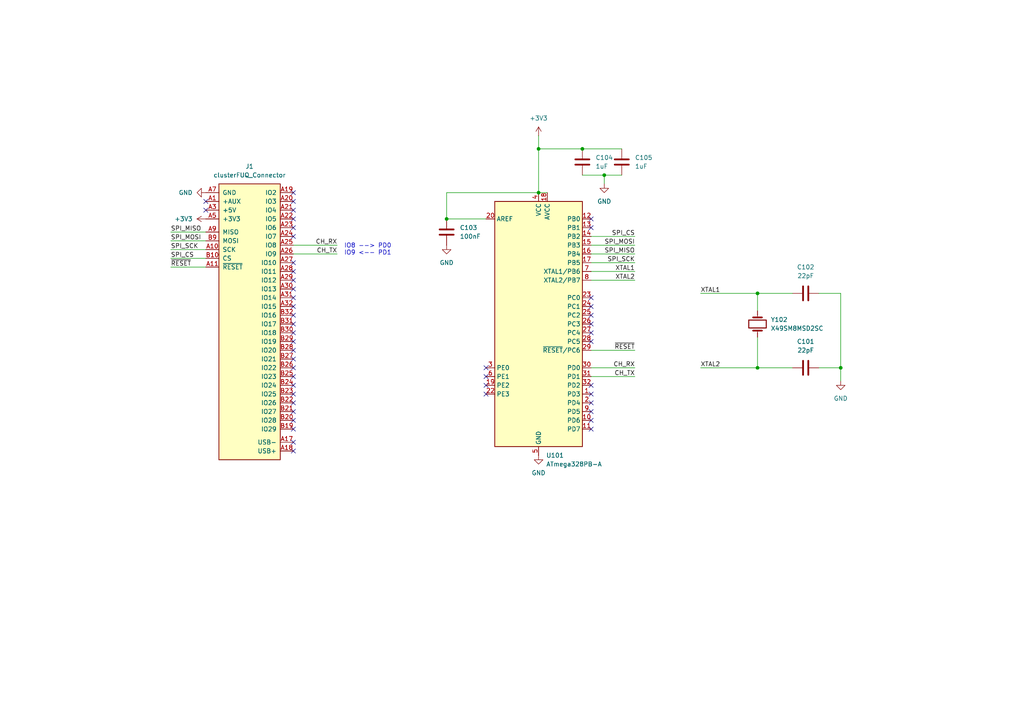
<source format=kicad_sch>
(kicad_sch (version 20231120) (generator "eeschema") (generator_version "8.0")
  (paper "A4")
  (lib_symbols
    (symbol "+3V3_1" (power) (pin_numbers hide) (pin_names (offset 0) hide)
      (property "Value" "+3V3" (at 0 3.556 0))
      (symbol "+3V3_1_0_1"
        (polyline (pts (xy -0.762 1.27) (xy 0 2.54)))
        (polyline (pts (xy 0 0) (xy 0 2.54)))
        (polyline (pts (xy 0 2.54) (xy 0.762 1.27)))
      )
      (symbol "+3V3_1_1_1"
        (pin power_in line (at 0 0 90) (length 0) (name "~") (number "1"))
      )
    )
    (symbol "Device:C" (pin_numbers hide) (pin_names (offset 0.254))
      (property "Reference" "C" (at 0.635 2.54 0))
      (property "Value" "C" (at 0.635 -2.54 0))
      (symbol "C_0_1"
        (polyline (pts (xy -2.032 -0.762) (xy 2.032 -0.762)) (stroke (width 0.508)))
        (polyline (pts (xy -2.032 0.762) (xy 2.032 0.762)) (stroke (width 0.508)))
      )
      (symbol "C_1_1"
        (pin passive line (at 0 3.81 270) (length 2.794) (name "~") (number "1"))
        (pin passive line (at 0 -3.81 90) (length 2.794) (name "~") (number "2"))
      )
    )
    (symbol "Device:Crystal" (pin_numbers hide) (pin_names (offset 1.016) hide)
      (property "Reference" "Y" (at 0 3.81 0))
      (property "Value" "Crystal" (at 0 -3.81 0))
      (symbol "Crystal_0_1"
        (rectangle (start -1.143 2.54) (end 1.143 -2.54) (stroke (width 0.3048)))
        (polyline (pts (xy -2.54 0) (xy -1.905 0)))
        (polyline (pts (xy -1.905 -1.27) (xy -1.905 1.27)) (stroke (width 0.508)))
        (polyline (pts (xy 1.905 -1.27) (xy 1.905 1.27)) (stroke (width 0.508)))
        (polyline (pts (xy 2.54 0) (xy 1.905 0)))
      )
      (symbol "Crystal_1_1"
        (pin passive line (at -3.81 0 0) (length 1.27) (name "1") (number "1"))
        (pin passive line (at 3.81 0 180) (length 1.27) (name "2") (number "2"))
      )
    )
    (symbol "GND_1" (power) (pin_numbers hide) (pin_names (offset 0) hide)
      (property "Value" "GND" (at 0 -3.81 0))
      (symbol "GND_1_0_1"
        (polyline (pts (xy 0 0) (xy 0 -1.27) (xy 1.27 -1.27) (xy 0 -2.54) (xy -1.27 -1.27) (xy 0 -1.27)))
      )
      (symbol "GND_1_1_1"
        (pin power_in line (at 0 0 270) (length 0) (name "~") (number "1"))
      )
    )
    (symbol "GND_2" (power) (pin_numbers hide) (pin_names (offset 0) hide)
      (property "Value" "GND" (at 0 -3.81 0))
      (symbol "GND_2_0_1"
        (polyline (pts (xy 0 0) (xy 0 -1.27) (xy 1.27 -1.27) (xy 0 -2.54) (xy -1.27 -1.27) (xy 0 -1.27)))
      )
      (symbol "GND_2_1_1"
        (pin power_in line (at 0 0 270) (length 0) (name "~") (number "1"))
      )
    )
    (symbol "GND_3" (power) (pin_numbers hide) (pin_names (offset 0) hide)
      (property "Value" "GND" (at 0 -3.81 0))
      (symbol "GND_3_0_1"
        (polyline (pts (xy 0 0) (xy 0 -1.27) (xy 1.27 -1.27) (xy 0 -2.54) (xy -1.27 -1.27) (xy 0 -1.27)))
      )
      (symbol "GND_3_1_1"
        (pin power_in line (at 0 0 270) (length 0) (name "~") (number "1"))
      )
    )
    (symbol "MCU_Microchip_ATmega:ATmega328PB-A"
      (property "Reference" "U" (at -12.7 36.83 0))
      (property "Value" "ATmega328PB-A" (at 2.54 -36.83 0))
      (symbol "ATmega328PB-A_0_1"
        (rectangle (start -12.7 -35.56) (end 12.7 35.56) (stroke (width 0.254)) (fill (type background)))
      )
      (symbol "ATmega328PB-A_1_1"
        (pin bidirectional line (at 15.24 -20.32 180) (length 2.54) (name "PD3") (number "1"))
        (pin bidirectional line (at 15.24 -27.94 180) (length 2.54) (name "PD6") (number "10"))
        (pin bidirectional line (at 15.24 -30.48 180) (length 2.54) (name "PD7") (number "11"))
        (pin bidirectional line (at 15.24 30.48 180) (length 2.54) (name "PB0") (number "12"))
        (pin bidirectional line (at 15.24 27.94 180) (length 2.54) (name "PB1") (number "13"))
        (pin bidirectional line (at 15.24 25.4 180) (length 2.54) (name "PB2") (number "14"))
        (pin bidirectional line (at 15.24 22.86 180) (length 2.54) (name "PB3") (number "15"))
        (pin bidirectional line (at 15.24 20.32 180) (length 2.54) (name "PB4") (number "16"))
        (pin bidirectional line (at 15.24 17.78 180) (length 2.54) (name "PB5") (number "17"))
        (pin power_in line (at 2.54 38.1 270) (length 2.54) (name "AVCC") (number "18"))
        (pin bidirectional line (at -15.24 -17.78 0) (length 2.54) (name "PE2") (number "19"))
        (pin bidirectional line (at 15.24 -22.86 180) (length 2.54) (name "PD4") (number "2"))
        (pin passive line (at -15.24 30.48 0) (length 2.54) (name "AREF") (number "20"))
        (pin passive line (at 0 -38.1 90) (length 2.54) hide (name "GND") (number "21"))
        (pin bidirectional line (at -15.24 -20.32 0) (length 2.54) (name "PE3") (number "22"))
        (pin bidirectional line (at 15.24 7.62 180) (length 2.54) (name "PC0") (number "23"))
        (pin bidirectional line (at 15.24 5.08 180) (length 2.54) (name "PC1") (number "24"))
        (pin bidirectional line (at 15.24 2.54 180) (length 2.54) (name "PC2") (number "25"))
        (pin bidirectional line (at 15.24 0 180) (length 2.54) (name "PC3") (number "26"))
        (pin bidirectional line (at 15.24 -2.54 180) (length 2.54) (name "PC4") (number "27"))
        (pin bidirectional line (at 15.24 -5.08 180) (length 2.54) (name "PC5") (number "28"))
        (pin bidirectional line (at 15.24 -7.62 180) (length 2.54) (name "~{RESET}/PC6") (number "29"))
        (pin bidirectional line (at -15.24 -12.7 0) (length 2.54) (name "PE0") (number "3"))
        (pin bidirectional line (at 15.24 -12.7 180) (length 2.54) (name "PD0") (number "30"))
        (pin bidirectional line (at 15.24 -15.24 180) (length 2.54) (name "PD1") (number "31"))
        (pin bidirectional line (at 15.24 -17.78 180) (length 2.54) (name "PD2") (number "32"))
        (pin power_in line (at 0 38.1 270) (length 2.54) (name "VCC") (number "4"))
        (pin power_in line (at 0 -38.1 90) (length 2.54) (name "GND") (number "5"))
        (pin bidirectional line (at -15.24 -15.24 0) (length 2.54) (name "PE1") (number "6"))
        (pin bidirectional line (at 15.24 15.24 180) (length 2.54) (name "XTAL1/PB6") (number "7"))
        (pin bidirectional line (at 15.24 12.7 180) (length 2.54) (name "XTAL2/PB7") (number "8"))
        (pin bidirectional line (at 15.24 -25.4 180) (length 2.54) (name "PD5") (number "9"))
      )
    )
    (symbol "power:+3V3" (power) (pin_names (offset 0))
      (property "Value" "+3V3" (at 0 3.556 0))
      (symbol "+3V3_0_1"
        (polyline (pts (xy -0.762 1.27) (xy 0 2.54)))
        (polyline (pts (xy 0 0) (xy 0 2.54)))
        (polyline (pts (xy 0 2.54) (xy 0.762 1.27)))
      )
      (symbol "+3V3_1_1"
        (pin power_in line (at 0 0 90) (length 0) hide (name "+3V3") (number "1"))
      )
    )
    (symbol "power:GND" (power) (pin_names (offset 0))
      (property "Value" "GND" (at 0 -3.81 0))
      (symbol "GND_0_1"
        (polyline (pts (xy 0 0) (xy 0 -1.27) (xy 1.27 -1.27) (xy 0 -2.54) (xy -1.27 -1.27) (xy 0 -1.27)))
      )
      (symbol "GND_1_1"
        (pin power_in line (at 0 0 270) (length 0) hide (name "GND") (number "1"))
      )
    )
    (symbol "proj:clusterFUQ_Connector" (pin_names (offset 1.016))
      (property "Reference" "J" (at 0 44.45 0))
      (property "Value" "clusterFUQ_Connector" (at 0 41.91 0))
      (symbol "clusterFUQ_Connector_1_1"
        (rectangle (start -8.89 39.37) (end 8.89 -40.64) (stroke (width 0.254)) (fill (type background)))
        (pin power_in line (at 12.7 34.29 180) (length 3.81) (name "+AUX") (number "A1"))
        (pin passive line (at 12.7 20.32 180) (length 3.81) (name "SCK") (number "A10"))
        (pin passive line (at 12.7 15.24 180) (length 3.81) (name "~{RESET}") (number "A11"))
        (pin no_connect line (at 12.7 -27.94 180) (length 3.81) hide (name "RFU") (number "A12"))
        (pin no_connect line (at 12.7 -30.48 180) (length 3.81) hide (name "RFU") (number "A13"))
        (pin no_connect line (at 12.7 -33.02 180) (length 3.81) hide (name "RFU") (number "A14"))
        (pin no_connect line (at 12.7 -35.56 180) (length 3.81) hide (name "RFU") (number "A15"))
        (pin no_connect line (at 12.7 -38.1 180) (length 3.81) hide (name "RFU") (number "A16"))
        (pin passive line (at -12.7 -35.56 0) (length 3.81) (name "USB-") (number "A17"))
        (pin passive line (at -12.7 -38.1 0) (length 3.81) (name "USB+") (number "A18"))
        (pin passive line (at -12.7 36.83 0) (length 3.81) (name "IO2") (number "A19"))
        (pin power_in line (at 12.7 34.29 180) (length 3.81) hide (name "+AUX") (number "A2"))
        (pin passive line (at -12.7 34.29 0) (length 3.81) (name "IO3") (number "A20"))
        (pin passive line (at -12.7 31.75 0) (length 3.81) (name "IO4") (number "A21"))
        (pin passive line (at -12.7 29.21 0) (length 3.81) (name "IO5") (number "A22"))
        (pin passive line (at -12.7 26.67 0) (length 3.81) (name "IO6") (number "A23"))
        (pin passive line (at -12.7 24.13 0) (length 3.81) (name "IO7") (number "A24"))
        (pin passive line (at -12.7 21.59 0) (length 3.81) (name "IO8") (number "A25"))
        (pin passive line (at -12.7 19.05 0) (length 3.81) (name "IO9") (number "A26"))
        (pin passive line (at -12.7 16.51 0) (length 3.81) (name "IO10") (number "A27"))
        (pin passive line (at -12.7 13.97 0) (length 3.81) (name "IO11") (number "A28"))
        (pin passive line (at -12.7 11.43 0) (length 3.81) (name "IO12") (number "A29"))
        (pin power_in line (at 12.7 31.75 180) (length 3.81) (name "+5V") (number "A3"))
        (pin passive line (at -12.7 8.89 0) (length 3.81) (name "IO13") (number "A30"))
        (pin passive line (at -12.7 6.35 0) (length 3.81) (name "IO14") (number "A31"))
        (pin passive line (at -12.7 3.81 0) (length 3.81) (name "IO15") (number "A32"))
        (pin power_in line (at 12.7 31.75 180) (length 3.81) hide (name "+5V") (number "A4"))
        (pin power_in line (at 12.7 29.21 180) (length 3.81) (name "+3V3") (number "A5"))
        (pin power_in line (at 12.7 29.21 180) (length 3.81) hide (name "+3V3") (number "A6"))
        (pin power_in line (at 12.7 36.83 180) (length 3.81) (name "GND") (number "A7"))
        (pin power_in line (at 12.7 36.83 180) (length 3.81) hide (name "GND") (number "A8"))
        (pin passive line (at 12.7 25.4 180) (length 3.81) (name "MISO") (number "A9"))
        (pin power_in line (at 12.7 34.29 180) (length 3.81) hide (name "+AUX") (number "B1"))
        (pin passive line (at 12.7 17.78 180) (length 3.81) (name "CS") (number "B10"))
        (pin power_in line (at 12.7 36.83 180) (length 3.81) hide (name "GND") (number "B11"))
        (pin no_connect line (at 12.7 -15.24 180) (length 3.81) hide (name "RFU") (number "B12"))
        (pin no_connect line (at 12.7 -17.78 180) (length 3.81) hide (name "RFU") (number "B13"))
        (pin no_connect line (at 12.7 -20.32 180) (length 3.81) hide (name "RFU") (number "B14"))
        (pin no_connect line (at 12.7 -22.86 180) (length 3.81) hide (name "RFU") (number "B15"))
        (pin no_connect line (at 12.7 -25.4 180) (length 3.81) hide (name "RFU") (number "B16"))
        (pin power_in line (at 12.7 36.83 180) (length 3.81) hide (name "GND") (number "B17"))
        (pin power_in line (at 12.7 36.83 180) (length 3.81) hide (name "GND") (number "B18"))
        (pin passive line (at -12.7 -31.75 0) (length 3.81) (name "IO29") (number "B19"))
        (pin power_in line (at 12.7 34.29 180) (length 3.81) hide (name "+AUX") (number "B2"))
        (pin passive line (at -12.7 -29.21 0) (length 3.81) (name "IO28") (number "B20"))
        (pin passive line (at -12.7 -26.67 0) (length 3.81) (name "IO27") (number "B21"))
        (pin passive line (at -12.7 -24.13 0) (length 3.81) (name "IO26") (number "B22"))
        (pin passive line (at -12.7 -21.59 0) (length 3.81) (name "IO25") (number "B23"))
        (pin passive line (at -12.7 -19.05 0) (length 3.81) (name "IO24") (number "B24"))
        (pin passive line (at -12.7 -16.51 0) (length 3.81) (name "IO23") (number "B25"))
        (pin passive line (at -12.7 -13.97 0) (length 3.81) (name "IO22") (number "B26"))
        (pin passive line (at -12.7 -11.43 0) (length 3.81) (name "IO21") (number "B27"))
        (pin passive line (at -12.7 -8.89 0) (length 3.81) (name "IO20") (number "B28"))
        (pin passive line (at -12.7 -6.35 0) (length 3.81) (name "IO19") (number "B29"))
        (pin power_in line (at 12.7 31.75 180) (length 3.81) hide (name "+5V") (number "B3"))
        (pin passive line (at -12.7 -3.81 0) (length 3.81) (name "IO18") (number "B30"))
        (pin passive line (at -12.7 -1.27 0) (length 3.81) (name "IO17") (number "B31"))
        (pin passive line (at -12.7 1.27 0) (length 3.81) (name "IO16") (number "B32"))
        (pin power_in line (at 12.7 31.75 180) (length 3.81) hide (name "+5V") (number "B4"))
        (pin power_in line (at 12.7 29.21 180) (length 3.81) hide (name "+3V3") (number "B5"))
        (pin power_in line (at 12.7 29.21 180) (length 3.81) hide (name "+3V3") (number "B6"))
        (pin power_in line (at 12.7 36.83 180) (length 3.81) hide (name "GND") (number "B7"))
        (pin power_in line (at 12.7 36.83 180) (length 3.81) hide (name "GND") (number "B8"))
        (pin passive line (at 12.7 22.86 180) (length 3.81) (name "MOSI") (number "B9"))
      )
    )
  )
  (junction (at 219.71 85.09))
  (junction (at 219.71 106.68))
  (junction (at 243.84 106.68))
  (junction (at 156.21 43.18))
  (junction (at 175.26 50.8))
  (junction (at 129.54 63.5))
  (junction (at 156.21 55.88))
  (junction (at 168.91 43.18))
  (no_connect (at 171.45 99.06))
  (no_connect (at 85.09 88.9))
  (no_connect (at 85.09 124.46))
  (no_connect (at 85.09 83.82))
  (no_connect (at 85.09 101.6))
  (no_connect (at 85.09 76.2))
  (no_connect (at 85.09 128.27))
  (no_connect (at 85.09 68.58))
  (no_connect (at 85.09 121.92))
  (no_connect (at 85.09 55.88))
  (no_connect (at 85.09 130.81))
  (no_connect (at 171.45 86.36))
  (no_connect (at 85.09 114.3))
  (no_connect (at 85.09 66.04))
  (no_connect (at 85.09 96.52))
  (no_connect (at 171.45 96.52))
  (no_connect (at 85.09 63.5))
  (no_connect (at 171.45 119.38))
  (no_connect (at 171.45 93.98))
  (no_connect (at 140.97 109.22))
  (no_connect (at 140.97 111.76))
  (no_connect (at 140.97 106.68))
  (no_connect (at 85.09 81.28))
  (no_connect (at 171.45 88.9))
  (no_connect (at 85.09 119.38))
  (no_connect (at 85.09 86.36))
  (no_connect (at 85.09 111.76))
  (no_connect (at 171.45 111.76))
  (no_connect (at 85.09 91.44))
  (no_connect (at 85.09 99.06))
  (no_connect (at 85.09 104.14))
  (no_connect (at 171.45 116.84))
  (no_connect (at 85.09 60.96))
  (no_connect (at 85.09 116.84))
  (no_connect (at 85.09 78.74))
  (no_connect (at 171.45 91.44))
  (no_connect (at 85.09 106.68))
  (no_connect (at 171.45 124.46))
  (no_connect (at 59.69 60.96))
  (no_connect (at 85.09 58.42))
  (no_connect (at 85.09 109.22))
  (no_connect (at 59.69 58.42))
  (no_connect (at 85.09 93.98))
  (no_connect (at 171.45 66.04))
  (no_connect (at 140.97 114.3))
  (no_connect (at 171.45 121.92))
  (no_connect (at 171.45 114.3))
  (no_connect (at 171.45 63.5))
  (wire (pts (xy 243.84 85.09) (xy 243.84 106.68)))
  (wire (pts (xy 171.45 81.28) (xy 184.15 81.28)))
  (wire (pts (xy 129.54 63.5) (xy 140.97 63.5)))
  (wire (pts (xy 168.91 43.18) (xy 180.34 43.18)))
  (wire (pts (xy 175.26 50.8) (xy 180.34 50.8)))
  (wire (pts (xy 171.45 109.22) (xy 184.15 109.22)))
  (wire (pts (xy 156.21 55.88) (xy 129.54 55.88)))
  (wire (pts (xy 171.45 68.58) (xy 184.15 68.58)))
  (wire (pts (xy 168.91 50.8) (xy 175.26 50.8)))
  (wire (pts (xy 171.45 73.66) (xy 184.15 73.66)))
  (wire (pts (xy 203.2 106.68) (xy 219.71 106.68)))
  (wire (pts (xy 49.53 72.39) (xy 59.69 72.39)))
  (wire (pts (xy 85.09 73.66) (xy 97.79 73.66)))
  (wire (pts (xy 237.49 106.68) (xy 243.84 106.68)))
  (wire (pts (xy 219.71 85.09) (xy 219.71 90.17)))
  (wire (pts (xy 156.21 39.37) (xy 156.21 43.18)))
  (wire (pts (xy 158.75 55.88) (xy 156.21 55.88)))
  (wire (pts (xy 243.84 106.68) (xy 243.84 110.49)))
  (wire (pts (xy 171.45 101.6) (xy 184.15 101.6)))
  (wire (pts (xy 219.71 97.79) (xy 219.71 106.68)))
  (wire (pts (xy 156.21 43.18) (xy 156.21 55.88)))
  (wire (pts (xy 129.54 55.88) (xy 129.54 63.5)))
  (wire (pts (xy 175.26 50.8) (xy 175.26 53.34)))
  (wire (pts (xy 171.45 78.74) (xy 184.15 78.74)))
  (wire (pts (xy 49.53 77.47) (xy 59.69 77.47)))
  (wire (pts (xy 49.53 67.31) (xy 59.69 67.31)))
  (wire (pts (xy 171.45 106.68) (xy 184.15 106.68)))
  (wire (pts (xy 237.49 85.09) (xy 243.84 85.09)))
  (wire (pts (xy 49.53 74.93) (xy 59.69 74.93)))
  (wire (pts (xy 219.71 106.68) (xy 229.87 106.68)))
  (wire (pts (xy 219.71 85.09) (xy 229.87 85.09)))
  (wire (pts (xy 85.09 71.12) (xy 97.79 71.12)))
  (wire (pts (xy 171.45 71.12) (xy 184.15 71.12)))
  (wire (pts (xy 49.53 69.85) (xy 59.69 69.85)))
  (wire (pts (xy 203.2 85.09) (xy 219.71 85.09)))
  (wire (pts (xy 171.45 76.2) (xy 184.15 76.2)))
  (wire (pts (xy 156.21 43.18) (xy 168.91 43.18)))
  (text "IO8 --> PD0\nIO9 <-- PD1" (at 106.68 72.39 0) (effects (font (size 1.27 1.27))))
  (label "XTAL2" (at 184.15 81.28 180))
  (label "CH_TX" (at 184.15 109.22 180))
  (label "~{RESET}" (at 49.53 77.47 0))
  (label "XTAL1" (at 203.2 85.09 0))
  (label "SPI_MOSI" (at 184.15 71.12 180))
  (label "SPI_SCK" (at 184.15 76.2 180))
  (label "XTAL1" (at 184.15 78.74 180))
  (label "CH_RX" (at 97.79 71.12 180))
  (label "SPI_MISO" (at 184.15 73.66 180))
  (label "SPI_SCK" (at 49.53 72.39 0))
  (label "SPI_CS" (at 184.15 68.58 180))
  (label "SPI_MISO" (at 49.53 67.31 0))
  (label "SPI_CS" (at 49.53 74.93 0))
  (label "CH_RX" (at 184.15 106.68 180))
  (label "XTAL2" (at 203.2 106.68 0))
  (label "SPI_MOSI" (at 49.53 69.85 0))
  (label "~{RESET}" (at 184.15 101.6 180))
  (label "CH_TX" (at 97.79 73.66 180))
  (symbol (lib_name "GND_1") (lib_id "power:GND") (at 156.21 132.08 0) (unit 1)
    (property "Reference" "#PWR0101" (effects (hide yes)))
    (property "Value" "GND" (at 156.21 137.16 0))
    (property "Description" "Power symbol creates a global label with name \"GND\" , ground" (effects (hide yes)))
  )
  (symbol (lib_name "+3V3_1") (lib_id "power:+3V3") (at 156.21 39.37 0) (unit 1)
    (property "Reference" "#PWR0102" (effects (hide yes)))
    (property "Value" "+3V3" (at 156.21 34.29 0))
    (property "Description" "Power symbol creates a global label with name \"+3V3\"" (effects (hide yes)))
  )
  (symbol (lib_name "GND_3") (lib_id "power:GND") (at 175.26 53.34 0) (unit 1)
    (property "Reference" "#PWR0106" (effects (hide yes)))
    (property "Value" "GND" (at 175.26 58.42 0))
    (property "Description" "Power symbol creates a global label with name \"GND\" , ground" (effects (hide yes)))
  )
  (symbol (lib_id "Device:C") (at 168.91 46.99 0) (unit 1)
    (property "Reference" "C104" (at 172.72 45.7199 0) (effects (justify left)))
    (property "Value" "1uF" (at 172.72 48.2599 0) (effects (justify left)))
    (property "Footprint" "Capacitor_SMD:C_0603_1608Metric_Pad1.08x0.95mm_HandSolder" (effects (hide yes)))
    (property "Description" "Unpolarized capacitor" (effects (hide yes)))
    (property "LCSC" "C15849" (effects (hide yes)))
  )
  (symbol (lib_id "Device:C") (at 233.68 85.09 90) (unit 1)
    (property "Reference" "C102" (at 233.68 77.47 90))
    (property "Value" "22pF" (at 233.68 80.01 90))
    (property "Footprint" "Capacitor_SMD:C_0603_1608Metric_Pad1.08x0.95mm_HandSolder" (effects (hide yes)))
    (property "Description" "Unpolarized capacitor" (effects (hide yes)))
    (property "LCSC" "C1653" (effects (hide yes)))
  )
  (symbol (lib_id "power:+3V3") (at 59.69 63.5 90) (mirror x) (unit 1)
    (property "Reference" "#PWR01" (effects (hide yes)))
    (property "Value" "+3V3" (at 55.88 63.5 90) (effects (justify left)))
  )
  (symbol (lib_id "MCU_Microchip_ATmega:ATmega328PB-A") (at 156.21 93.98 0) (unit 1)
    (property "Reference" "U101" (at 158.4041 132.08 0) (effects (justify left)))
    (property "Value" "ATmega328PB-A" (at 158.4041 134.62 0) (effects (justify left)))
    (property "Footprint" "Package_QFP:TQFP-32_7x7mm_P0.8mm" (effects (hide yes)))
    (property "Datasheet" "http://ww1.microchip.com/downloads/en/DeviceDoc/40001906C.pdf" (effects (hide yes)))
    (property "Description" "20MHz, 32kB Flash, 2kB SRAM, 1kB EEPROM, TQFP-32" (effects (hide yes)))
    (property "LCSC" "C132230" (effects (hide yes)))
  )
  (symbol (lib_name "GND_2") (lib_id "power:GND") (at 243.84 110.49 0) (unit 1)
    (property "Reference" "#PWR0104" (effects (hide yes)))
    (property "Value" "GND" (at 243.84 115.57 0))
    (property "Description" "Power symbol creates a global label with name \"GND\" , ground" (effects (hide yes)))
  )
  (symbol (lib_id "Device:C") (at 180.34 46.99 0) (unit 1)
    (property "Reference" "C105" (at 184.15 45.7199 0) (effects (justify left)))
    (property "Value" "1uF" (at 184.15 48.2599 0) (effects (justify left)))
    (property "Footprint" "Capacitor_SMD:C_0603_1608Metric_Pad1.08x0.95mm_HandSolder" (effects (hide yes)))
    (property "Description" "Unpolarized capacitor" (effects (hide yes)))
    (property "LCSC" "C15849" (effects (hide yes)))
  )
  (symbol (lib_id "power:GND") (at 59.69 55.88 270) (mirror x) (unit 1)
    (property "Reference" "#PWR04" (effects (hide yes)))
    (property "Value" "GND" (at 55.88 55.88 90) (effects (justify right)))
  )
  (symbol (lib_id "Device:C") (at 233.68 106.68 90) (unit 1)
    (property "Reference" "C101" (at 233.68 99.06 90))
    (property "Value" "22pF" (at 233.68 101.6 90))
    (property "Footprint" "Capacitor_SMD:C_0603_1608Metric_Pad1.08x0.95mm_HandSolder" (effects (hide yes)))
    (property "Description" "Unpolarized capacitor" (effects (hide yes)))
    (property "LCSC" "C1653" (effects (hide yes)))
  )
  (symbol (lib_id "Device:C") (at 129.54 67.31 0) (unit 1)
    (property "Reference" "C103" (at 133.35 66.0399 0) (effects (justify left)))
    (property "Value" "100nF" (at 133.35 68.5799 0) (effects (justify left)))
    (property "Footprint" "Capacitor_SMD:C_0603_1608Metric_Pad1.08x0.95mm_HandSolder" (effects (hide yes)))
    (property "Description" "Unpolarized capacitor" (effects (hide yes)))
    (property "LCSC" "C14663" (effects (hide yes)))
  )
  (symbol (lib_id "proj:clusterFUQ_Connector") (at 72.39 92.71 0) (mirror y) (unit 1) (in_bom no)
    (property "Reference" "J1" (at 72.39 48.26 0))
    (property "Value" "clusterFUQ_Connector" (at 72.39 50.8 0))
    (property "Footprint" "Connector_PCBEdge:BUS_PCIexpress_x4" (effects (hide yes)))
  )
  (symbol (lib_id "Device:Crystal") (at 219.71 93.98 90) (unit 1)
    (property "Reference" "Y102" (at 223.52 92.7099 90) (effects (justify right)))
    (property "Value" "X49SM8MSD2SC" (at 223.52 95.2499 90) (effects (justify right)))
    (property "Footprint" "Crystal:Crystal_SMD_HC49-SD" (effects (hide yes)))
    (property "Description" "Two pin crystal" (effects (hide yes)))
    (property "LCSC" "C12674" (effects (hide yes)))
  )
  (symbol (lib_name "GND_3") (lib_id "power:GND") (at 129.54 71.12 0) (unit 1)
    (property "Reference" "#PWR0105" (effects (hide yes)))
    (property "Value" "GND" (at 129.54 76.2 0))
    (property "Description" "Power symbol creates a global label with name \"GND\" , ground" (effects (hide yes)))
  )
)
</source>
